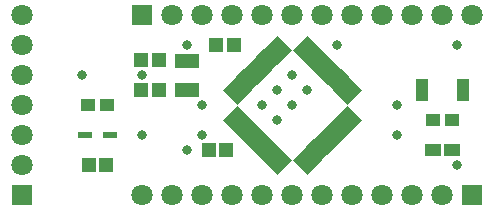
<source format=gts>
G04*
G04 #@! TF.GenerationSoftware,Altium Limited,Altium Designer,23.5.1 (21)*
G04*
G04 Layer_Color=8388736*
%FSLAX25Y25*%
%MOIN*%
G70*
G04*
G04 #@! TF.SameCoordinates,D9CCEF5A-5521-415F-BE8B-602E9C6E1BA1*
G04*
G04*
G04 #@! TF.FilePolarity,Negative*
G04*
G01*
G75*
%ADD22R,0.07887X0.04737*%
%ADD23R,0.05131X0.04737*%
%ADD24R,0.04540X0.02375*%
G04:AMPARAMS|DCode=25|XSize=33.47mil|YSize=66.93mil|CornerRadius=0mil|HoleSize=0mil|Usage=FLASHONLY|Rotation=225.000|XOffset=0mil|YOffset=0mil|HoleType=Round|Shape=Rectangle|*
%AMROTATEDRECTD25*
4,1,4,-0.01183,0.03550,0.03550,-0.01183,0.01183,-0.03550,-0.03550,0.01183,-0.01183,0.03550,0.0*
%
%ADD25ROTATEDRECTD25*%

G04:AMPARAMS|DCode=26|XSize=33.47mil|YSize=66.93mil|CornerRadius=0mil|HoleSize=0mil|Usage=FLASHONLY|Rotation=135.000|XOffset=0mil|YOffset=0mil|HoleType=Round|Shape=Rectangle|*
%AMROTATEDRECTD26*
4,1,4,0.03550,0.01183,-0.01183,-0.03550,-0.03550,-0.01183,0.01183,0.03550,0.03550,0.01183,0.0*
%
%ADD26ROTATEDRECTD26*%

%ADD27R,0.04540X0.04343*%
%ADD28R,0.05524X0.04147*%
%ADD29R,0.03950X0.07493*%
%ADD30R,0.07099X0.07099*%
%ADD31C,0.07099*%
%ADD32R,0.07099X0.07099*%
%ADD33C,0.03162*%
D22*
X60000Y49921D02*
D03*
Y40079D02*
D03*
D23*
X44646Y50000D02*
D03*
X50354D02*
D03*
X44646Y40000D02*
D03*
X50354D02*
D03*
X75354Y55000D02*
D03*
X69646D02*
D03*
X72854Y20000D02*
D03*
X67146D02*
D03*
X32854Y15000D02*
D03*
X27146D02*
D03*
D24*
X34232Y25000D02*
D03*
X25768D02*
D03*
D25*
X98897Y15513D02*
D03*
X101125Y17740D02*
D03*
X103352Y19967D02*
D03*
X105579Y22194D02*
D03*
X107806Y24421D02*
D03*
X110033Y26648D02*
D03*
X112260Y28875D02*
D03*
X114487Y31103D02*
D03*
X91103Y54487D02*
D03*
X88876Y52260D02*
D03*
X86648Y50033D02*
D03*
X84421Y47806D02*
D03*
X82194Y45579D02*
D03*
X79967Y43352D02*
D03*
X77740Y41125D02*
D03*
X75513Y38897D02*
D03*
D26*
X114487D02*
D03*
X112260Y41125D02*
D03*
X110033Y43352D02*
D03*
X107806Y45579D02*
D03*
X105579Y47806D02*
D03*
X103352Y50033D02*
D03*
X101125Y52260D02*
D03*
X98897Y54487D02*
D03*
X75513Y31103D02*
D03*
X77740Y28875D02*
D03*
X79967Y26648D02*
D03*
X82194Y24421D02*
D03*
X84421Y22194D02*
D03*
X86648Y19967D02*
D03*
X88876Y17740D02*
D03*
X91103Y15513D02*
D03*
D27*
X141949Y30000D02*
D03*
X148051D02*
D03*
X33051Y35000D02*
D03*
X26949D02*
D03*
D28*
X148051Y20000D02*
D03*
X141949D02*
D03*
D29*
X151693Y40000D02*
D03*
X138307D02*
D03*
D30*
X155000Y5000D02*
D03*
X45000Y65000D02*
D03*
D31*
X145000Y5000D02*
D03*
X135000D02*
D03*
X125000D02*
D03*
X115000D02*
D03*
X105000D02*
D03*
X95000D02*
D03*
X85000D02*
D03*
X75000D02*
D03*
X65000D02*
D03*
X55000D02*
D03*
X45000D02*
D03*
X55000Y65000D02*
D03*
X65000D02*
D03*
X75000D02*
D03*
X85000D02*
D03*
X95000D02*
D03*
X105000D02*
D03*
X115000D02*
D03*
X125000D02*
D03*
X135000D02*
D03*
X145000D02*
D03*
X155000D02*
D03*
X5000Y55000D02*
D03*
Y45000D02*
D03*
Y35000D02*
D03*
Y25000D02*
D03*
Y15000D02*
D03*
Y65000D02*
D03*
D32*
Y5000D02*
D03*
D33*
X65000Y35000D02*
D03*
Y25000D02*
D03*
X45000Y45000D02*
D03*
X25000D02*
D03*
X45000Y25000D02*
D03*
X60000Y20000D02*
D03*
Y55000D02*
D03*
X84910Y35090D02*
D03*
X130000Y25000D02*
D03*
X150000Y55000D02*
D03*
X110000D02*
D03*
X100000Y40000D02*
D03*
X95000Y35000D02*
D03*
X90000Y30000D02*
D03*
X130000Y35000D02*
D03*
X150000Y15000D02*
D03*
X90000Y40000D02*
D03*
X95000Y45000D02*
D03*
M02*

</source>
